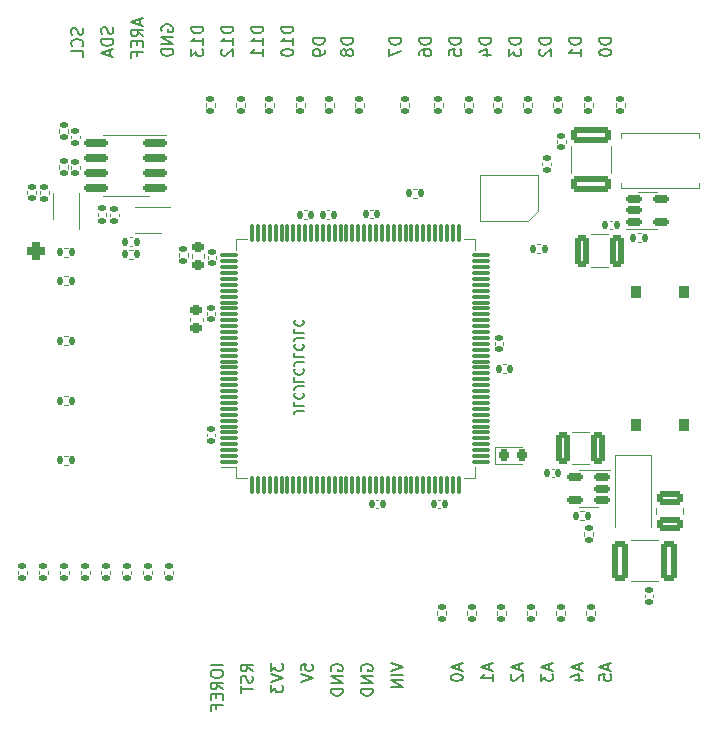
<source format=gbo>
G04 #@! TF.GenerationSoftware,KiCad,Pcbnew,6.0.10-86aedd382b~118~ubuntu22.10.1*
G04 #@! TF.CreationDate,2023-02-02T20:30:57+01:00*
G04 #@! TF.ProjectId,FPGHat,46504748-6174-42e6-9b69-6361645f7063,rev?*
G04 #@! TF.SameCoordinates,Original*
G04 #@! TF.FileFunction,Legend,Bot*
G04 #@! TF.FilePolarity,Positive*
%FSLAX46Y46*%
G04 Gerber Fmt 4.6, Leading zero omitted, Abs format (unit mm)*
G04 Created by KiCad (PCBNEW 6.0.10-86aedd382b~118~ubuntu22.10.1) date 2023-02-02 20:30:57*
%MOMM*%
%LPD*%
G01*
G04 APERTURE LIST*
G04 Aperture macros list*
%AMRoundRect*
0 Rectangle with rounded corners*
0 $1 Rounding radius*
0 $2 $3 $4 $5 $6 $7 $8 $9 X,Y pos of 4 corners*
0 Add a 4 corners polygon primitive as box body*
4,1,4,$2,$3,$4,$5,$6,$7,$8,$9,$2,$3,0*
0 Add four circle primitives for the rounded corners*
1,1,$1+$1,$2,$3*
1,1,$1+$1,$4,$5*
1,1,$1+$1,$6,$7*
1,1,$1+$1,$8,$9*
0 Add four rect primitives between the rounded corners*
20,1,$1+$1,$2,$3,$4,$5,0*
20,1,$1+$1,$4,$5,$6,$7,0*
20,1,$1+$1,$6,$7,$8,$9,0*
20,1,$1+$1,$8,$9,$2,$3,0*%
G04 Aperture macros list end*
%ADD10C,0.200000*%
%ADD11C,0.150000*%
%ADD12C,0.120000*%
%ADD13RoundRect,0.375000X-0.375000X-0.375000X0.375000X-0.375000X0.375000X0.375000X-0.375000X0.375000X0*%
%ADD14C,1.500000*%
%ADD15C,0.900000*%
%ADD16RoundRect,0.500000X0.400000X0.000000X0.400000X0.000000X-0.400000X0.000000X-0.400000X0.000000X0*%
%ADD17O,1.727200X1.727200*%
%ADD18R,1.727200X1.727200*%
%ADD19RoundRect,0.249999X0.450001X1.450001X-0.450001X1.450001X-0.450001X-1.450001X0.450001X-1.450001X0*%
%ADD20RoundRect,0.135000X-0.135000X-0.185000X0.135000X-0.185000X0.135000X0.185000X-0.135000X0.185000X0*%
%ADD21RoundRect,0.225000X-0.250000X0.225000X-0.250000X-0.225000X0.250000X-0.225000X0.250000X0.225000X0*%
%ADD22RoundRect,0.140000X0.140000X0.170000X-0.140000X0.170000X-0.140000X-0.170000X0.140000X-0.170000X0*%
%ADD23RoundRect,0.135000X-0.185000X0.135000X-0.185000X-0.135000X0.185000X-0.135000X0.185000X0.135000X0*%
%ADD24RoundRect,0.135000X0.185000X-0.135000X0.185000X0.135000X-0.185000X0.135000X-0.185000X-0.135000X0*%
%ADD25RoundRect,0.075000X-0.662500X-0.075000X0.662500X-0.075000X0.662500X0.075000X-0.662500X0.075000X0*%
%ADD26RoundRect,0.075000X-0.075000X-0.662500X0.075000X-0.662500X0.075000X0.662500X-0.075000X0.662500X0*%
%ADD27RoundRect,0.140000X-0.170000X0.140000X-0.170000X-0.140000X0.170000X-0.140000X0.170000X0.140000X0*%
%ADD28RoundRect,0.140000X0.170000X-0.140000X0.170000X0.140000X-0.170000X0.140000X-0.170000X-0.140000X0*%
%ADD29RoundRect,0.249999X-1.450001X0.450001X-1.450001X-0.450001X1.450001X-0.450001X1.450001X0.450001X0*%
%ADD30R,0.600000X1.500000*%
%ADD31RoundRect,0.135000X0.135000X0.185000X-0.135000X0.185000X-0.135000X-0.185000X0.135000X-0.185000X0*%
%ADD32RoundRect,0.140000X-0.140000X-0.170000X0.140000X-0.170000X0.140000X0.170000X-0.140000X0.170000X0*%
%ADD33R,0.300000X0.800000*%
%ADD34RoundRect,0.150000X0.825000X0.150000X-0.825000X0.150000X-0.825000X-0.150000X0.825000X-0.150000X0*%
%ADD35R,1.900000X1.600000*%
%ADD36RoundRect,0.250000X-0.325000X-1.100000X0.325000X-1.100000X0.325000X1.100000X-0.325000X1.100000X0*%
%ADD37RoundRect,0.150000X0.512500X0.150000X-0.512500X0.150000X-0.512500X-0.150000X0.512500X-0.150000X0*%
%ADD38RoundRect,0.218750X-0.218750X-0.256250X0.218750X-0.256250X0.218750X0.256250X-0.218750X0.256250X0*%
%ADD39RoundRect,0.150000X-0.512500X-0.150000X0.512500X-0.150000X0.512500X0.150000X-0.512500X0.150000X0*%
%ADD40R,1.500000X3.560000*%
%ADD41R,1.500000X3.600000*%
%ADD42RoundRect,0.250000X-0.850000X0.375000X-0.850000X-0.375000X0.850000X-0.375000X0.850000X0.375000X0*%
%ADD43R,0.800000X0.300000*%
%ADD44RoundRect,0.250000X0.325000X1.100000X-0.325000X1.100000X-0.325000X-1.100000X0.325000X-1.100000X0*%
G04 APERTURE END LIST*
D10*
X45638095Y-54395238D02*
X45066666Y-54395238D01*
X44952380Y-54433333D01*
X44876190Y-54509523D01*
X44838095Y-54623809D01*
X44838095Y-54700000D01*
X44838095Y-53633333D02*
X44838095Y-54014285D01*
X45638095Y-54014285D01*
X44914285Y-52909523D02*
X44876190Y-52947619D01*
X44838095Y-53061904D01*
X44838095Y-53138095D01*
X44876190Y-53252380D01*
X44952380Y-53328571D01*
X45028571Y-53366666D01*
X45180952Y-53404761D01*
X45295238Y-53404761D01*
X45447619Y-53366666D01*
X45523809Y-53328571D01*
X45600000Y-53252380D01*
X45638095Y-53138095D01*
X45638095Y-53061904D01*
X45600000Y-52947619D01*
X45561904Y-52909523D01*
X45638095Y-52338095D02*
X45066666Y-52338095D01*
X44952380Y-52376190D01*
X44876190Y-52452380D01*
X44838095Y-52566666D01*
X44838095Y-52642857D01*
X44838095Y-51576190D02*
X44838095Y-51957142D01*
X45638095Y-51957142D01*
X44914285Y-50852380D02*
X44876190Y-50890476D01*
X44838095Y-51004761D01*
X44838095Y-51080952D01*
X44876190Y-51195238D01*
X44952380Y-51271428D01*
X45028571Y-51309523D01*
X45180952Y-51347619D01*
X45295238Y-51347619D01*
X45447619Y-51309523D01*
X45523809Y-51271428D01*
X45600000Y-51195238D01*
X45638095Y-51080952D01*
X45638095Y-51004761D01*
X45600000Y-50890476D01*
X45561904Y-50852380D01*
X45638095Y-50280952D02*
X45066666Y-50280952D01*
X44952380Y-50319047D01*
X44876190Y-50395238D01*
X44838095Y-50509523D01*
X44838095Y-50585714D01*
X44838095Y-49519047D02*
X44838095Y-49900000D01*
X45638095Y-49900000D01*
X44914285Y-48795238D02*
X44876190Y-48833333D01*
X44838095Y-48947619D01*
X44838095Y-49023809D01*
X44876190Y-49138095D01*
X44952380Y-49214285D01*
X45028571Y-49252380D01*
X45180952Y-49290476D01*
X45295238Y-49290476D01*
X45447619Y-49252380D01*
X45523809Y-49214285D01*
X45600000Y-49138095D01*
X45638095Y-49023809D01*
X45638095Y-48947619D01*
X45600000Y-48833333D01*
X45561904Y-48795238D01*
X45638095Y-48223809D02*
X45066666Y-48223809D01*
X44952380Y-48261904D01*
X44876190Y-48338095D01*
X44838095Y-48452380D01*
X44838095Y-48528571D01*
X44838095Y-47461904D02*
X44838095Y-47842857D01*
X45638095Y-47842857D01*
X44914285Y-46738095D02*
X44876190Y-46776190D01*
X44838095Y-46890476D01*
X44838095Y-46966666D01*
X44876190Y-47080952D01*
X44952380Y-47157142D01*
X45028571Y-47195238D01*
X45180952Y-47233333D01*
X45295238Y-47233333D01*
X45447619Y-47195238D01*
X45523809Y-47157142D01*
X45600000Y-47080952D01*
X45638095Y-46966666D01*
X45638095Y-46890476D01*
X45600000Y-46776190D01*
X45561904Y-46738095D01*
D11*
X29449761Y-21941142D02*
X29497380Y-22083999D01*
X29497380Y-22322094D01*
X29449761Y-22417332D01*
X29402142Y-22464951D01*
X29306904Y-22512570D01*
X29211666Y-22512570D01*
X29116428Y-22464951D01*
X29068809Y-22417332D01*
X29021190Y-22322094D01*
X28973571Y-22131618D01*
X28925952Y-22036380D01*
X28878333Y-21988761D01*
X28783095Y-21941142D01*
X28687857Y-21941142D01*
X28592619Y-21988761D01*
X28545000Y-22036380D01*
X28497380Y-22131618D01*
X28497380Y-22369713D01*
X28545000Y-22512570D01*
X29497380Y-22941142D02*
X28497380Y-22941142D01*
X28497380Y-23179237D01*
X28545000Y-23322094D01*
X28640238Y-23417332D01*
X28735476Y-23464951D01*
X28925952Y-23512570D01*
X29068809Y-23512570D01*
X29259285Y-23464951D01*
X29354523Y-23417332D01*
X29449761Y-23322094D01*
X29497380Y-23179237D01*
X29497380Y-22941142D01*
X29211666Y-23893523D02*
X29211666Y-24369713D01*
X29497380Y-23798285D02*
X28497380Y-24131618D01*
X29497380Y-24464951D01*
X58802666Y-75860619D02*
X58802666Y-76336809D01*
X59088380Y-75765381D02*
X58088380Y-76098714D01*
X59088380Y-76432047D01*
X58088380Y-76955857D02*
X58088380Y-77051095D01*
X58136000Y-77146333D01*
X58183619Y-77193952D01*
X58278857Y-77241571D01*
X58469333Y-77289190D01*
X58707428Y-77289190D01*
X58897904Y-77241571D01*
X58993142Y-77193952D01*
X59040761Y-77146333D01*
X59088380Y-77051095D01*
X59088380Y-76955857D01*
X59040761Y-76860619D01*
X58993142Y-76813000D01*
X58897904Y-76765381D01*
X58707428Y-76717762D01*
X58469333Y-76717762D01*
X58278857Y-76765381D01*
X58183619Y-76813000D01*
X58136000Y-76860619D01*
X58088380Y-76955857D01*
X71375666Y-75860619D02*
X71375666Y-76336809D01*
X71661380Y-75765381D02*
X70661380Y-76098714D01*
X71661380Y-76432047D01*
X70661380Y-77241571D02*
X70661380Y-76765381D01*
X71137571Y-76717762D01*
X71089952Y-76765381D01*
X71042333Y-76860619D01*
X71042333Y-77098714D01*
X71089952Y-77193952D01*
X71137571Y-77241571D01*
X71232809Y-77289190D01*
X71470904Y-77289190D01*
X71566142Y-77241571D01*
X71613761Y-77193952D01*
X71661380Y-77098714D01*
X71661380Y-76860619D01*
X71613761Y-76765381D01*
X71566142Y-76717762D01*
X61342666Y-75860619D02*
X61342666Y-76336809D01*
X61628380Y-75765381D02*
X60628380Y-76098714D01*
X61628380Y-76432047D01*
X61628380Y-77289190D02*
X61628380Y-76717762D01*
X61628380Y-77003476D02*
X60628380Y-77003476D01*
X60771238Y-76908238D01*
X60866476Y-76813000D01*
X60914095Y-76717762D01*
X37117380Y-21893523D02*
X36117380Y-21893523D01*
X36117380Y-22131618D01*
X36165000Y-22274475D01*
X36260238Y-22369713D01*
X36355476Y-22417332D01*
X36545952Y-22464951D01*
X36688809Y-22464951D01*
X36879285Y-22417332D01*
X36974523Y-22369713D01*
X37069761Y-22274475D01*
X37117380Y-22131618D01*
X37117380Y-21893523D01*
X37117380Y-23417332D02*
X37117380Y-22845904D01*
X37117380Y-23131618D02*
X36117380Y-23131618D01*
X36260238Y-23036380D01*
X36355476Y-22941142D01*
X36403095Y-22845904D01*
X36117380Y-23750666D02*
X36117380Y-24369713D01*
X36498333Y-24036380D01*
X36498333Y-24179237D01*
X36545952Y-24274475D01*
X36593571Y-24322094D01*
X36688809Y-24369713D01*
X36926904Y-24369713D01*
X37022142Y-24322094D01*
X37069761Y-24274475D01*
X37117380Y-24179237D01*
X37117380Y-23893523D01*
X37069761Y-23798285D01*
X37022142Y-23750666D01*
X66422666Y-75860619D02*
X66422666Y-76336809D01*
X66708380Y-75765381D02*
X65708380Y-76098714D01*
X66708380Y-76432047D01*
X65708380Y-76670143D02*
X65708380Y-77289190D01*
X66089333Y-76955857D01*
X66089333Y-77098714D01*
X66136952Y-77193952D01*
X66184571Y-77241571D01*
X66279809Y-77289190D01*
X66517904Y-77289190D01*
X66613142Y-77241571D01*
X66660761Y-77193952D01*
X66708380Y-77098714D01*
X66708380Y-76813000D01*
X66660761Y-76717762D01*
X66613142Y-76670143D01*
X50516000Y-76432048D02*
X50468380Y-76336810D01*
X50468380Y-76193953D01*
X50516000Y-76051095D01*
X50611238Y-75955857D01*
X50706476Y-75908238D01*
X50896952Y-75860619D01*
X51039809Y-75860619D01*
X51230285Y-75908238D01*
X51325523Y-75955857D01*
X51420761Y-76051095D01*
X51468380Y-76193953D01*
X51468380Y-76289191D01*
X51420761Y-76432048D01*
X51373142Y-76479667D01*
X51039809Y-76479667D01*
X51039809Y-76289191D01*
X51468380Y-76908238D02*
X50468380Y-76908238D01*
X51468380Y-77479667D01*
X50468380Y-77479667D01*
X51468380Y-77955857D02*
X50468380Y-77955857D01*
X50468380Y-78193953D01*
X50516000Y-78336810D01*
X50611238Y-78432048D01*
X50706476Y-78479667D01*
X50896952Y-78527286D01*
X51039809Y-78527286D01*
X51230285Y-78479667D01*
X51325523Y-78432048D01*
X51420761Y-78336810D01*
X51468380Y-78193953D01*
X51468380Y-77955857D01*
X33625000Y-22274476D02*
X33577380Y-22179238D01*
X33577380Y-22036381D01*
X33625000Y-21893523D01*
X33720238Y-21798285D01*
X33815476Y-21750666D01*
X34005952Y-21703047D01*
X34148809Y-21703047D01*
X34339285Y-21750666D01*
X34434523Y-21798285D01*
X34529761Y-21893523D01*
X34577380Y-22036381D01*
X34577380Y-22131619D01*
X34529761Y-22274476D01*
X34482142Y-22322095D01*
X34148809Y-22322095D01*
X34148809Y-22131619D01*
X34577380Y-22750666D02*
X33577380Y-22750666D01*
X34577380Y-23322095D01*
X33577380Y-23322095D01*
X34577380Y-23798285D02*
X33577380Y-23798285D01*
X33577380Y-24036381D01*
X33625000Y-24179238D01*
X33720238Y-24274476D01*
X33815476Y-24322095D01*
X34005952Y-24369714D01*
X34148809Y-24369714D01*
X34339285Y-24322095D01*
X34434523Y-24274476D01*
X34529761Y-24179238D01*
X34577380Y-24036381D01*
X34577380Y-23798285D01*
X61501380Y-22845904D02*
X60501380Y-22845904D01*
X60501380Y-23084000D01*
X60549000Y-23226857D01*
X60644238Y-23322095D01*
X60739476Y-23369714D01*
X60929952Y-23417333D01*
X61072809Y-23417333D01*
X61263285Y-23369714D01*
X61358523Y-23322095D01*
X61453761Y-23226857D01*
X61501380Y-23084000D01*
X61501380Y-22845904D01*
X60834714Y-24274476D02*
X61501380Y-24274476D01*
X60453761Y-24036380D02*
X61168047Y-23798285D01*
X61168047Y-24417333D01*
X44737380Y-21893523D02*
X43737380Y-21893523D01*
X43737380Y-22131618D01*
X43785000Y-22274475D01*
X43880238Y-22369713D01*
X43975476Y-22417332D01*
X44165952Y-22464951D01*
X44308809Y-22464951D01*
X44499285Y-22417332D01*
X44594523Y-22369713D01*
X44689761Y-22274475D01*
X44737380Y-22131618D01*
X44737380Y-21893523D01*
X44737380Y-23417332D02*
X44737380Y-22845904D01*
X44737380Y-23131618D02*
X43737380Y-23131618D01*
X43880238Y-23036380D01*
X43975476Y-22941142D01*
X44023095Y-22845904D01*
X43737380Y-24036380D02*
X43737380Y-24131618D01*
X43785000Y-24226856D01*
X43832619Y-24274475D01*
X43927857Y-24322094D01*
X44118333Y-24369713D01*
X44356428Y-24369713D01*
X44546904Y-24322094D01*
X44642142Y-24274475D01*
X44689761Y-24226856D01*
X44737380Y-24131618D01*
X44737380Y-24036380D01*
X44689761Y-23941142D01*
X44642142Y-23893523D01*
X44546904Y-23845904D01*
X44356428Y-23798285D01*
X44118333Y-23798285D01*
X43927857Y-23845904D01*
X43832619Y-23893523D01*
X43785000Y-23941142D01*
X43737380Y-24036380D01*
X42197380Y-21893523D02*
X41197380Y-21893523D01*
X41197380Y-22131618D01*
X41245000Y-22274475D01*
X41340238Y-22369713D01*
X41435476Y-22417332D01*
X41625952Y-22464951D01*
X41768809Y-22464951D01*
X41959285Y-22417332D01*
X42054523Y-22369713D01*
X42149761Y-22274475D01*
X42197380Y-22131618D01*
X42197380Y-21893523D01*
X42197380Y-23417332D02*
X42197380Y-22845904D01*
X42197380Y-23131618D02*
X41197380Y-23131618D01*
X41340238Y-23036380D01*
X41435476Y-22941142D01*
X41483095Y-22845904D01*
X42197380Y-24369713D02*
X42197380Y-23798285D01*
X42197380Y-24083999D02*
X41197380Y-24083999D01*
X41340238Y-23988761D01*
X41435476Y-23893523D01*
X41483095Y-23798285D01*
X31751666Y-21234761D02*
X31751666Y-21710951D01*
X32037380Y-21139523D02*
X31037380Y-21472856D01*
X32037380Y-21806189D01*
X32037380Y-22710951D02*
X31561190Y-22377618D01*
X32037380Y-22139523D02*
X31037380Y-22139523D01*
X31037380Y-22520475D01*
X31085000Y-22615713D01*
X31132619Y-22663332D01*
X31227857Y-22710951D01*
X31370714Y-22710951D01*
X31465952Y-22663332D01*
X31513571Y-22615713D01*
X31561190Y-22520475D01*
X31561190Y-22139523D01*
X31513571Y-23139523D02*
X31513571Y-23472856D01*
X32037380Y-23615713D02*
X32037380Y-23139523D01*
X31037380Y-23139523D01*
X31037380Y-23615713D01*
X31513571Y-24377618D02*
X31513571Y-24044285D01*
X32037380Y-24044285D02*
X31037380Y-24044285D01*
X31037380Y-24520475D01*
X39657380Y-21893523D02*
X38657380Y-21893523D01*
X38657380Y-22131618D01*
X38705000Y-22274475D01*
X38800238Y-22369713D01*
X38895476Y-22417332D01*
X39085952Y-22464951D01*
X39228809Y-22464951D01*
X39419285Y-22417332D01*
X39514523Y-22369713D01*
X39609761Y-22274475D01*
X39657380Y-22131618D01*
X39657380Y-21893523D01*
X39657380Y-23417332D02*
X39657380Y-22845904D01*
X39657380Y-23131618D02*
X38657380Y-23131618D01*
X38800238Y-23036380D01*
X38895476Y-22941142D01*
X38943095Y-22845904D01*
X38752619Y-23798285D02*
X38705000Y-23845904D01*
X38657380Y-23941142D01*
X38657380Y-24179237D01*
X38705000Y-24274475D01*
X38752619Y-24322094D01*
X38847857Y-24369713D01*
X38943095Y-24369713D01*
X39085952Y-24322094D01*
X39657380Y-23750666D01*
X39657380Y-24369713D01*
X26909761Y-21988761D02*
X26957380Y-22131618D01*
X26957380Y-22369714D01*
X26909761Y-22464952D01*
X26862142Y-22512571D01*
X26766904Y-22560190D01*
X26671666Y-22560190D01*
X26576428Y-22512571D01*
X26528809Y-22464952D01*
X26481190Y-22369714D01*
X26433571Y-22179238D01*
X26385952Y-22083999D01*
X26338333Y-22036380D01*
X26243095Y-21988761D01*
X26147857Y-21988761D01*
X26052619Y-22036380D01*
X26005000Y-22083999D01*
X25957380Y-22179238D01*
X25957380Y-22417333D01*
X26005000Y-22560190D01*
X26862142Y-23560190D02*
X26909761Y-23512571D01*
X26957380Y-23369714D01*
X26957380Y-23274476D01*
X26909761Y-23131618D01*
X26814523Y-23036380D01*
X26719285Y-22988761D01*
X26528809Y-22941142D01*
X26385952Y-22941142D01*
X26195476Y-22988761D01*
X26100238Y-23036380D01*
X26005000Y-23131618D01*
X25957380Y-23274476D01*
X25957380Y-23369714D01*
X26005000Y-23512571D01*
X26052619Y-23560190D01*
X26957380Y-24464952D02*
X26957380Y-23988761D01*
X25957380Y-23988761D01*
X42848380Y-75813000D02*
X42848380Y-76432048D01*
X43229333Y-76098715D01*
X43229333Y-76241572D01*
X43276952Y-76336810D01*
X43324571Y-76384429D01*
X43419809Y-76432048D01*
X43657904Y-76432048D01*
X43753142Y-76384429D01*
X43800761Y-76336810D01*
X43848380Y-76241572D01*
X43848380Y-75955857D01*
X43800761Y-75860619D01*
X43753142Y-75813000D01*
X42848380Y-76717762D02*
X43848380Y-77051096D01*
X42848380Y-77384429D01*
X42848380Y-77622524D02*
X42848380Y-78241572D01*
X43229333Y-77908238D01*
X43229333Y-78051096D01*
X43276952Y-78146334D01*
X43324571Y-78193953D01*
X43419809Y-78241572D01*
X43657904Y-78241572D01*
X43753142Y-78193953D01*
X43800761Y-78146334D01*
X43848380Y-78051096D01*
X43848380Y-77765381D01*
X43800761Y-77670143D01*
X43753142Y-77622524D01*
X69121380Y-22845904D02*
X68121380Y-22845904D01*
X68121380Y-23084000D01*
X68169000Y-23226857D01*
X68264238Y-23322095D01*
X68359476Y-23369714D01*
X68549952Y-23417333D01*
X68692809Y-23417333D01*
X68883285Y-23369714D01*
X68978523Y-23322095D01*
X69073761Y-23226857D01*
X69121380Y-23084000D01*
X69121380Y-22845904D01*
X69121380Y-24369714D02*
X69121380Y-23798285D01*
X69121380Y-24084000D02*
X68121380Y-24084000D01*
X68264238Y-23988761D01*
X68359476Y-23893523D01*
X68407095Y-23798285D01*
X38768380Y-75908238D02*
X37768380Y-75908238D01*
X37768380Y-76574904D02*
X37768380Y-76765380D01*
X37816000Y-76860619D01*
X37911238Y-76955857D01*
X38101714Y-77003476D01*
X38435047Y-77003476D01*
X38625523Y-76955857D01*
X38720761Y-76860619D01*
X38768380Y-76765380D01*
X38768380Y-76574904D01*
X38720761Y-76479666D01*
X38625523Y-76384428D01*
X38435047Y-76336809D01*
X38101714Y-76336809D01*
X37911238Y-76384428D01*
X37816000Y-76479666D01*
X37768380Y-76574904D01*
X38768380Y-78003476D02*
X38292190Y-77670142D01*
X38768380Y-77432047D02*
X37768380Y-77432047D01*
X37768380Y-77813000D01*
X37816000Y-77908238D01*
X37863619Y-77955857D01*
X37958857Y-78003476D01*
X38101714Y-78003476D01*
X38196952Y-77955857D01*
X38244571Y-77908238D01*
X38292190Y-77813000D01*
X38292190Y-77432047D01*
X38244571Y-78432047D02*
X38244571Y-78765380D01*
X38768380Y-78908238D02*
X38768380Y-78432047D01*
X37768380Y-78432047D01*
X37768380Y-78908238D01*
X38244571Y-79670142D02*
X38244571Y-79336809D01*
X38768380Y-79336809D02*
X37768380Y-79336809D01*
X37768380Y-79813000D01*
X66581380Y-22845904D02*
X65581380Y-22845904D01*
X65581380Y-23084000D01*
X65629000Y-23226857D01*
X65724238Y-23322095D01*
X65819476Y-23369714D01*
X66009952Y-23417333D01*
X66152809Y-23417333D01*
X66343285Y-23369714D01*
X66438523Y-23322095D01*
X66533761Y-23226857D01*
X66581380Y-23084000D01*
X66581380Y-22845904D01*
X65676619Y-23798285D02*
X65629000Y-23845904D01*
X65581380Y-23941142D01*
X65581380Y-24179238D01*
X65629000Y-24274476D01*
X65676619Y-24322095D01*
X65771857Y-24369714D01*
X65867095Y-24369714D01*
X66009952Y-24322095D01*
X66581380Y-23750666D01*
X66581380Y-24369714D01*
X47976000Y-76432048D02*
X47928380Y-76336810D01*
X47928380Y-76193953D01*
X47976000Y-76051095D01*
X48071238Y-75955857D01*
X48166476Y-75908238D01*
X48356952Y-75860619D01*
X48499809Y-75860619D01*
X48690285Y-75908238D01*
X48785523Y-75955857D01*
X48880761Y-76051095D01*
X48928380Y-76193953D01*
X48928380Y-76289191D01*
X48880761Y-76432048D01*
X48833142Y-76479667D01*
X48499809Y-76479667D01*
X48499809Y-76289191D01*
X48928380Y-76908238D02*
X47928380Y-76908238D01*
X48928380Y-77479667D01*
X47928380Y-77479667D01*
X48928380Y-77955857D02*
X47928380Y-77955857D01*
X47928380Y-78193953D01*
X47976000Y-78336810D01*
X48071238Y-78432048D01*
X48166476Y-78479667D01*
X48356952Y-78527286D01*
X48499809Y-78527286D01*
X48690285Y-78479667D01*
X48785523Y-78432048D01*
X48880761Y-78336810D01*
X48928380Y-78193953D01*
X48928380Y-77955857D01*
X56421380Y-22845904D02*
X55421380Y-22845904D01*
X55421380Y-23084000D01*
X55469000Y-23226857D01*
X55564238Y-23322095D01*
X55659476Y-23369714D01*
X55849952Y-23417333D01*
X55992809Y-23417333D01*
X56183285Y-23369714D01*
X56278523Y-23322095D01*
X56373761Y-23226857D01*
X56421380Y-23084000D01*
X56421380Y-22845904D01*
X55421380Y-24274476D02*
X55421380Y-24084000D01*
X55469000Y-23988761D01*
X55516619Y-23941142D01*
X55659476Y-23845904D01*
X55849952Y-23798285D01*
X56230904Y-23798285D01*
X56326142Y-23845904D01*
X56373761Y-23893523D01*
X56421380Y-23988761D01*
X56421380Y-24179238D01*
X56373761Y-24274476D01*
X56326142Y-24322095D01*
X56230904Y-24369714D01*
X55992809Y-24369714D01*
X55897571Y-24322095D01*
X55849952Y-24274476D01*
X55802333Y-24179238D01*
X55802333Y-23988761D01*
X55849952Y-23893523D01*
X55897571Y-23845904D01*
X55992809Y-23798285D01*
X58961380Y-22845904D02*
X57961380Y-22845904D01*
X57961380Y-23084000D01*
X58009000Y-23226857D01*
X58104238Y-23322095D01*
X58199476Y-23369714D01*
X58389952Y-23417333D01*
X58532809Y-23417333D01*
X58723285Y-23369714D01*
X58818523Y-23322095D01*
X58913761Y-23226857D01*
X58961380Y-23084000D01*
X58961380Y-22845904D01*
X57961380Y-24322095D02*
X57961380Y-23845904D01*
X58437571Y-23798285D01*
X58389952Y-23845904D01*
X58342333Y-23941142D01*
X58342333Y-24179238D01*
X58389952Y-24274476D01*
X58437571Y-24322095D01*
X58532809Y-24369714D01*
X58770904Y-24369714D01*
X58866142Y-24322095D01*
X58913761Y-24274476D01*
X58961380Y-24179238D01*
X58961380Y-23941142D01*
X58913761Y-23845904D01*
X58866142Y-23798285D01*
X45388380Y-76384428D02*
X45388380Y-75908238D01*
X45864571Y-75860619D01*
X45816952Y-75908238D01*
X45769333Y-76003476D01*
X45769333Y-76241571D01*
X45816952Y-76336809D01*
X45864571Y-76384428D01*
X45959809Y-76432047D01*
X46197904Y-76432047D01*
X46293142Y-76384428D01*
X46340761Y-76336809D01*
X46388380Y-76241571D01*
X46388380Y-76003476D01*
X46340761Y-75908238D01*
X46293142Y-75860619D01*
X45388380Y-76717762D02*
X46388380Y-77051095D01*
X45388380Y-77384428D01*
X53881380Y-22845904D02*
X52881380Y-22845904D01*
X52881380Y-23084000D01*
X52929000Y-23226857D01*
X53024238Y-23322095D01*
X53119476Y-23369714D01*
X53309952Y-23417333D01*
X53452809Y-23417333D01*
X53643285Y-23369714D01*
X53738523Y-23322095D01*
X53833761Y-23226857D01*
X53881380Y-23084000D01*
X53881380Y-22845904D01*
X52881380Y-23750666D02*
X52881380Y-24417333D01*
X53881380Y-23988761D01*
X71661380Y-22845904D02*
X70661380Y-22845904D01*
X70661380Y-23084000D01*
X70709000Y-23226857D01*
X70804238Y-23322095D01*
X70899476Y-23369714D01*
X71089952Y-23417333D01*
X71232809Y-23417333D01*
X71423285Y-23369714D01*
X71518523Y-23322095D01*
X71613761Y-23226857D01*
X71661380Y-23084000D01*
X71661380Y-22845904D01*
X70661380Y-24036380D02*
X70661380Y-24131619D01*
X70709000Y-24226857D01*
X70756619Y-24274476D01*
X70851857Y-24322095D01*
X71042333Y-24369714D01*
X71280428Y-24369714D01*
X71470904Y-24322095D01*
X71566142Y-24274476D01*
X71613761Y-24226857D01*
X71661380Y-24131619D01*
X71661380Y-24036380D01*
X71613761Y-23941142D01*
X71566142Y-23893523D01*
X71470904Y-23845904D01*
X71280428Y-23798285D01*
X71042333Y-23798285D01*
X70851857Y-23845904D01*
X70756619Y-23893523D01*
X70709000Y-23941142D01*
X70661380Y-24036380D01*
X68962666Y-75860619D02*
X68962666Y-76336809D01*
X69248380Y-75765381D02*
X68248380Y-76098714D01*
X69248380Y-76432047D01*
X68581714Y-77193952D02*
X69248380Y-77193952D01*
X68200761Y-76955857D02*
X68915047Y-76717762D01*
X68915047Y-77336809D01*
X49817380Y-22845904D02*
X48817380Y-22845904D01*
X48817380Y-23084000D01*
X48865000Y-23226857D01*
X48960238Y-23322095D01*
X49055476Y-23369714D01*
X49245952Y-23417333D01*
X49388809Y-23417333D01*
X49579285Y-23369714D01*
X49674523Y-23322095D01*
X49769761Y-23226857D01*
X49817380Y-23084000D01*
X49817380Y-22845904D01*
X49245952Y-23988761D02*
X49198333Y-23893523D01*
X49150714Y-23845904D01*
X49055476Y-23798285D01*
X49007857Y-23798285D01*
X48912619Y-23845904D01*
X48865000Y-23893523D01*
X48817380Y-23988761D01*
X48817380Y-24179238D01*
X48865000Y-24274476D01*
X48912619Y-24322095D01*
X49007857Y-24369714D01*
X49055476Y-24369714D01*
X49150714Y-24322095D01*
X49198333Y-24274476D01*
X49245952Y-24179238D01*
X49245952Y-23988761D01*
X49293571Y-23893523D01*
X49341190Y-23845904D01*
X49436428Y-23798285D01*
X49626904Y-23798285D01*
X49722142Y-23845904D01*
X49769761Y-23893523D01*
X49817380Y-23988761D01*
X49817380Y-24179238D01*
X49769761Y-24274476D01*
X49722142Y-24322095D01*
X49626904Y-24369714D01*
X49436428Y-24369714D01*
X49341190Y-24322095D01*
X49293571Y-24274476D01*
X49245952Y-24179238D01*
X47404380Y-22845904D02*
X46404380Y-22845904D01*
X46404380Y-23084000D01*
X46452000Y-23226857D01*
X46547238Y-23322095D01*
X46642476Y-23369714D01*
X46832952Y-23417333D01*
X46975809Y-23417333D01*
X47166285Y-23369714D01*
X47261523Y-23322095D01*
X47356761Y-23226857D01*
X47404380Y-23084000D01*
X47404380Y-22845904D01*
X47404380Y-23893523D02*
X47404380Y-24084000D01*
X47356761Y-24179238D01*
X47309142Y-24226857D01*
X47166285Y-24322095D01*
X46975809Y-24369714D01*
X46594857Y-24369714D01*
X46499619Y-24322095D01*
X46452000Y-24274476D01*
X46404380Y-24179238D01*
X46404380Y-23988761D01*
X46452000Y-23893523D01*
X46499619Y-23845904D01*
X46594857Y-23798285D01*
X46832952Y-23798285D01*
X46928190Y-23845904D01*
X46975809Y-23893523D01*
X47023428Y-23988761D01*
X47023428Y-24179238D01*
X46975809Y-24274476D01*
X46928190Y-24322095D01*
X46832952Y-24369714D01*
X53008380Y-75765380D02*
X54008380Y-76098714D01*
X53008380Y-76432047D01*
X54008380Y-76765380D02*
X53008380Y-76765380D01*
X54008380Y-77241571D02*
X53008380Y-77241571D01*
X54008380Y-77812999D01*
X53008380Y-77812999D01*
X64041380Y-22845904D02*
X63041380Y-22845904D01*
X63041380Y-23084000D01*
X63089000Y-23226857D01*
X63184238Y-23322095D01*
X63279476Y-23369714D01*
X63469952Y-23417333D01*
X63612809Y-23417333D01*
X63803285Y-23369714D01*
X63898523Y-23322095D01*
X63993761Y-23226857D01*
X64041380Y-23084000D01*
X64041380Y-22845904D01*
X63041380Y-23750666D02*
X63041380Y-24369714D01*
X63422333Y-24036380D01*
X63422333Y-24179238D01*
X63469952Y-24274476D01*
X63517571Y-24322095D01*
X63612809Y-24369714D01*
X63850904Y-24369714D01*
X63946142Y-24322095D01*
X63993761Y-24274476D01*
X64041380Y-24179238D01*
X64041380Y-23893523D01*
X63993761Y-23798285D01*
X63946142Y-23750666D01*
X63882666Y-75860619D02*
X63882666Y-76336809D01*
X64168380Y-75765381D02*
X63168380Y-76098714D01*
X64168380Y-76432047D01*
X63263619Y-76717762D02*
X63216000Y-76765381D01*
X63168380Y-76860619D01*
X63168380Y-77098714D01*
X63216000Y-77193952D01*
X63263619Y-77241571D01*
X63358857Y-77289190D01*
X63454095Y-77289190D01*
X63596952Y-77241571D01*
X64168380Y-76670143D01*
X64168380Y-77289190D01*
X41308380Y-76479666D02*
X40832190Y-76146333D01*
X41308380Y-75908238D02*
X40308380Y-75908238D01*
X40308380Y-76289190D01*
X40356000Y-76384428D01*
X40403619Y-76432047D01*
X40498857Y-76479666D01*
X40641714Y-76479666D01*
X40736952Y-76432047D01*
X40784571Y-76384428D01*
X40832190Y-76289190D01*
X40832190Y-75908238D01*
X41260761Y-76860619D02*
X41308380Y-77003476D01*
X41308380Y-77241571D01*
X41260761Y-77336809D01*
X41213142Y-77384428D01*
X41117904Y-77432047D01*
X41022666Y-77432047D01*
X40927428Y-77384428D01*
X40879809Y-77336809D01*
X40832190Y-77241571D01*
X40784571Y-77051095D01*
X40736952Y-76955857D01*
X40689333Y-76908238D01*
X40594095Y-76860619D01*
X40498857Y-76860619D01*
X40403619Y-76908238D01*
X40356000Y-76955857D01*
X40308380Y-77051095D01*
X40308380Y-77289190D01*
X40356000Y-77432047D01*
X40308380Y-77717762D02*
X40308380Y-78289190D01*
X41308380Y-78003476D02*
X40308380Y-78003476D01*
D12*
X75661252Y-68810000D02*
X73338748Y-68810000D01*
X75661252Y-65390000D02*
X73338748Y-65390000D01*
X25346359Y-43780000D02*
X25653641Y-43780000D01*
X25346359Y-43020000D02*
X25653641Y-43020000D01*
X36040000Y-46534420D02*
X36040000Y-46815580D01*
X37060000Y-46534420D02*
X37060000Y-46815580D01*
X66827836Y-60060000D02*
X66612164Y-60060000D01*
X66827836Y-59340000D02*
X66612164Y-59340000D01*
X61670000Y-28396359D02*
X61670000Y-28703641D01*
X62430000Y-28396359D02*
X62430000Y-28703641D01*
X25680000Y-33953641D02*
X25680000Y-33646359D01*
X24920000Y-33953641D02*
X24920000Y-33646359D01*
X39890000Y-39890000D02*
X39890000Y-40840000D01*
X39890000Y-59160000D02*
X38600000Y-59160000D01*
X60110000Y-39890000D02*
X60110000Y-40840000D01*
X59160000Y-60110000D02*
X60110000Y-60110000D01*
X40840000Y-39890000D02*
X39890000Y-39890000D01*
X40840000Y-60110000D02*
X39890000Y-60110000D01*
X60110000Y-60110000D02*
X60110000Y-59160000D01*
X39890000Y-60110000D02*
X39890000Y-59160000D01*
X59160000Y-39890000D02*
X60110000Y-39890000D01*
X27494284Y-67946359D02*
X27494284Y-68253641D01*
X26734284Y-67946359D02*
X26734284Y-68253641D01*
X38160000Y-46067164D02*
X38160000Y-46282836D01*
X37440000Y-46067164D02*
X37440000Y-46282836D01*
X35830000Y-41096359D02*
X35830000Y-41403641D01*
X35070000Y-41096359D02*
X35070000Y-41403641D01*
X31127836Y-40460000D02*
X30912164Y-40460000D01*
X31127836Y-39740000D02*
X30912164Y-39740000D01*
X60230000Y-71396359D02*
X60230000Y-71703641D01*
X59470000Y-71396359D02*
X59470000Y-71703641D01*
X61790000Y-48807836D02*
X61790000Y-48592164D01*
X62510000Y-48807836D02*
X62510000Y-48592164D01*
X69370000Y-65003641D02*
X69370000Y-64696359D01*
X70130000Y-65003641D02*
X70130000Y-64696359D01*
X25346359Y-58980000D02*
X25653641Y-58980000D01*
X25346359Y-58220000D02*
X25653641Y-58220000D01*
X67090000Y-31492164D02*
X67090000Y-31707836D01*
X67810000Y-31492164D02*
X67810000Y-31707836D01*
X38080000Y-28396359D02*
X38080000Y-28703641D01*
X37320000Y-28396359D02*
X37320000Y-28703641D01*
X22960000Y-35842164D02*
X22960000Y-36057836D01*
X22240000Y-35842164D02*
X22240000Y-36057836D01*
X57380000Y-28396359D02*
X57380000Y-28703641D01*
X56620000Y-28396359D02*
X56620000Y-28703641D01*
X68240000Y-31988748D02*
X68240000Y-34311252D01*
X71660000Y-31988748D02*
X71660000Y-34311252D01*
X61990000Y-71396359D02*
X61990000Y-71703641D01*
X62750000Y-71396359D02*
X62750000Y-71703641D01*
X25346359Y-53170000D02*
X25653641Y-53170000D01*
X25346359Y-53930000D02*
X25653641Y-53930000D01*
X67790000Y-71396359D02*
X67790000Y-71703641D01*
X67030000Y-71396359D02*
X67030000Y-71703641D01*
X25346359Y-41380000D02*
X25653641Y-41380000D01*
X25346359Y-40620000D02*
X25653641Y-40620000D01*
X57207836Y-62660000D02*
X56992164Y-62660000D01*
X57207836Y-61940000D02*
X56992164Y-61940000D01*
X64650000Y-38325000D02*
X65450000Y-37525000D01*
X60540000Y-38325000D02*
X64650000Y-38325000D01*
X65450000Y-37525000D02*
X65450000Y-34425000D01*
X65450000Y-34425000D02*
X60540000Y-34425000D01*
X60540000Y-34425000D02*
X60540000Y-38325000D01*
X49970000Y-28396359D02*
X49970000Y-28703641D01*
X50730000Y-28396359D02*
X50730000Y-28703641D01*
X45730000Y-28396359D02*
X45730000Y-28703641D01*
X44970000Y-28396359D02*
X44970000Y-28703641D01*
X29240000Y-37742164D02*
X29240000Y-37957836D01*
X29960000Y-37742164D02*
X29960000Y-37957836D01*
X39920000Y-28396359D02*
X39920000Y-28703641D01*
X40680000Y-28396359D02*
X40680000Y-28703641D01*
X73896359Y-39370000D02*
X74203641Y-39370000D01*
X73896359Y-40130000D02*
X74203641Y-40130000D01*
X69363641Y-62920000D02*
X69056359Y-62920000D01*
X69363641Y-63680000D02*
X69056359Y-63680000D01*
X43080000Y-28396359D02*
X43080000Y-28703641D01*
X42320000Y-28396359D02*
X42320000Y-28703641D01*
X51742164Y-62660000D02*
X51957836Y-62660000D01*
X51742164Y-61940000D02*
X51957836Y-61940000D01*
X26660000Y-31337836D02*
X26660000Y-31122164D01*
X25940000Y-31337836D02*
X25940000Y-31122164D01*
X75219528Y-70207836D02*
X75219528Y-69992164D01*
X74499528Y-70207836D02*
X74499528Y-69992164D01*
X30277140Y-67946359D02*
X30277140Y-68253641D01*
X31037140Y-67946359D02*
X31037140Y-68253641D01*
X37440000Y-56372164D02*
X37440000Y-56587836D01*
X38160000Y-56372164D02*
X38160000Y-56587836D01*
X65840000Y-33637836D02*
X65840000Y-33422164D01*
X66560000Y-33637836D02*
X66560000Y-33422164D01*
X71757836Y-38330000D02*
X71542164Y-38330000D01*
X71757836Y-39050000D02*
X71542164Y-39050000D01*
X22180000Y-67946359D02*
X22180000Y-68253641D01*
X21420000Y-67946359D02*
X21420000Y-68253641D01*
X69320000Y-28703641D02*
X69320000Y-28396359D01*
X70080000Y-28703641D02*
X70080000Y-28396359D01*
X51242164Y-38110000D02*
X51457836Y-38110000D01*
X51242164Y-37390000D02*
X51457836Y-37390000D01*
X24400000Y-36000000D02*
X24400000Y-38200000D01*
X26600000Y-36000000D02*
X26600000Y-39000000D01*
X30550000Y-36210000D02*
X28600000Y-36210000D01*
X30550000Y-31090000D02*
X34000000Y-31090000D01*
X30550000Y-36210000D02*
X32500000Y-36210000D01*
X30550000Y-31090000D02*
X28600000Y-31090000D01*
X25346359Y-48120000D02*
X25653641Y-48120000D01*
X25346359Y-48880000D02*
X25653641Y-48880000D01*
X59220000Y-28396359D02*
X59220000Y-28703641D01*
X59980000Y-28396359D02*
X59980000Y-28703641D01*
X72000000Y-64294000D02*
X72000000Y-58200000D01*
X72000000Y-58200000D02*
X75000000Y-58200000D01*
X75000000Y-58200000D02*
X75000000Y-64294000D01*
X66770000Y-28396359D02*
X66770000Y-28703641D01*
X67530000Y-28396359D02*
X67530000Y-28703641D01*
X68338748Y-56190000D02*
X69761252Y-56190000D01*
X68338748Y-58910000D02*
X69761252Y-58910000D01*
X28930000Y-37646359D02*
X28930000Y-37953641D01*
X28170000Y-37646359D02*
X28170000Y-37953641D01*
X29265712Y-67946359D02*
X29265712Y-68253641D01*
X28505712Y-67946359D02*
X28505712Y-68253641D01*
X37490000Y-41322164D02*
X37490000Y-41537836D01*
X38210000Y-41322164D02*
X38210000Y-41537836D01*
X33820000Y-67946359D02*
X33820000Y-68253641D01*
X34580000Y-67946359D02*
X34580000Y-68253641D01*
X70310000Y-71396359D02*
X70310000Y-71703641D01*
X69550000Y-71396359D02*
X69550000Y-71703641D01*
X69750000Y-59440000D02*
X71550000Y-59440000D01*
X69750000Y-62560000D02*
X68950000Y-62560000D01*
X69750000Y-62560000D02*
X70550000Y-62560000D01*
X69750000Y-59440000D02*
X68950000Y-59440000D01*
X64220000Y-28396359D02*
X64220000Y-28703641D01*
X64980000Y-28396359D02*
X64980000Y-28703641D01*
X25680000Y-30903641D02*
X25680000Y-30596359D01*
X24920000Y-30903641D02*
X24920000Y-30596359D01*
X23951428Y-67946359D02*
X23951428Y-68253641D01*
X23191428Y-67946359D02*
X23191428Y-68253641D01*
X47807836Y-37440000D02*
X47592164Y-37440000D01*
X47807836Y-38160000D02*
X47592164Y-38160000D01*
X54886359Y-36380000D02*
X55193641Y-36380000D01*
X54886359Y-35620000D02*
X55193641Y-35620000D01*
X32808568Y-67946359D02*
X32808568Y-68253641D01*
X32048568Y-67946359D02*
X32048568Y-68253641D01*
X25722856Y-67946359D02*
X25722856Y-68253641D01*
X24962856Y-67946359D02*
X24962856Y-68253641D01*
X65663641Y-40320000D02*
X65356359Y-40320000D01*
X65663641Y-41080000D02*
X65356359Y-41080000D01*
X57710000Y-71396359D02*
X57710000Y-71703641D01*
X56950000Y-71396359D02*
X56950000Y-71703641D01*
X48180000Y-28396359D02*
X48180000Y-28703641D01*
X47420000Y-28396359D02*
X47420000Y-28703641D01*
X64137500Y-58935000D02*
X61852500Y-58935000D01*
X61852500Y-58935000D02*
X61852500Y-57465000D01*
X61852500Y-57465000D02*
X64137500Y-57465000D01*
X74700000Y-35890000D02*
X73900000Y-35890000D01*
X74700000Y-35890000D02*
X75500000Y-35890000D01*
X74700000Y-39010000D02*
X72900000Y-39010000D01*
X74700000Y-39010000D02*
X75500000Y-39010000D01*
X72500000Y-30875000D02*
X72498000Y-31295000D01*
X79100000Y-30875000D02*
X72500000Y-30875000D01*
X79100000Y-31295000D02*
X79100000Y-30875000D01*
X72500000Y-35525000D02*
X79100000Y-35525000D01*
X72498000Y-35105000D02*
X72500000Y-35525000D01*
X79100000Y-35525000D02*
X79100000Y-35105000D01*
X31153641Y-40770000D02*
X30846359Y-40770000D01*
X31153641Y-41530000D02*
X30846359Y-41530000D01*
X45692164Y-38160000D02*
X45907836Y-38160000D01*
X45692164Y-37440000D02*
X45907836Y-37440000D01*
X62542164Y-51210000D02*
X62757836Y-51210000D01*
X62542164Y-50490000D02*
X62757836Y-50490000D01*
X36140000Y-41184420D02*
X36140000Y-41465580D01*
X37160000Y-41184420D02*
X37160000Y-41465580D01*
X72830000Y-28703641D02*
X72830000Y-28396359D01*
X72070000Y-28703641D02*
X72070000Y-28396359D01*
X75490000Y-62638748D02*
X75490000Y-63161252D01*
X77710000Y-62638748D02*
X77710000Y-63161252D01*
X23270000Y-35796359D02*
X23270000Y-36103641D01*
X24030000Y-35796359D02*
X24030000Y-36103641D01*
X31350000Y-37200000D02*
X34350000Y-37200000D01*
X31350000Y-39400000D02*
X33550000Y-39400000D01*
X25940000Y-33937836D02*
X25940000Y-33722164D01*
X26660000Y-33937836D02*
X26660000Y-33722164D01*
X65270000Y-71396359D02*
X65270000Y-71703641D01*
X64510000Y-71396359D02*
X64510000Y-71703641D01*
X71386252Y-39490000D02*
X69963748Y-39490000D01*
X71386252Y-42210000D02*
X69963748Y-42210000D01*
X54580000Y-28396359D02*
X54580000Y-28703641D01*
X53820000Y-28396359D02*
X53820000Y-28703641D01*
%LPC*%
D13*
X23000000Y-40894000D03*
D14*
X23000000Y-43434000D03*
X23000000Y-45974000D03*
X23000000Y-48514000D03*
X23000000Y-51054000D03*
X23000000Y-53594000D03*
X23000000Y-56134000D03*
X23000000Y-58674000D03*
X33160000Y-58674000D03*
X33160000Y-53594000D03*
X33160000Y-48514000D03*
X33160000Y-45974000D03*
X33160000Y-43434000D03*
X33160000Y-40894000D03*
D15*
X24300000Y-77500000D03*
X31100000Y-77500000D03*
D16*
X73800000Y-44380000D03*
X77800000Y-44380000D03*
X77800000Y-55620000D03*
X73800000Y-55620000D03*
D17*
X35649000Y-74130000D03*
X43269000Y-74130000D03*
X45809000Y-74130000D03*
X58509000Y-74130000D03*
X61049000Y-74130000D03*
X63589000Y-74130000D03*
X66129000Y-74130000D03*
X68669000Y-74130000D03*
X71209000Y-74130000D03*
X31585000Y-25870000D03*
X71209000Y-25870000D03*
X68669000Y-25870000D03*
X66129000Y-25870000D03*
X63589000Y-25870000D03*
X61049000Y-25870000D03*
X58509000Y-25870000D03*
X55969000Y-25870000D03*
X53429000Y-25870000D03*
X49365000Y-25870000D03*
X46825000Y-25870000D03*
X44285000Y-25870000D03*
X41745000Y-25870000D03*
X39205000Y-25870000D03*
X36665000Y-25870000D03*
D18*
X34125000Y-25870000D03*
X48349000Y-74130000D03*
X50889000Y-74130000D03*
D17*
X38189000Y-74130000D03*
X40729000Y-74130000D03*
X26505000Y-25870000D03*
X29045000Y-25870000D03*
X53429000Y-74130000D03*
D19*
X76550000Y-67100000D03*
X72450000Y-67100000D03*
D20*
X24990000Y-43400000D03*
X26010000Y-43400000D03*
D21*
X36550000Y-45900000D03*
X36550000Y-47450000D03*
D22*
X67200000Y-59700000D03*
X66240000Y-59700000D03*
D23*
X62050000Y-28040000D03*
X62050000Y-29060000D03*
D24*
X25300000Y-34310000D03*
X25300000Y-33290000D03*
D25*
X39337500Y-58750000D03*
X39337500Y-58250000D03*
X39337500Y-57750000D03*
X39337500Y-57250000D03*
X39337500Y-56750000D03*
X39337500Y-56250000D03*
X39337500Y-55750000D03*
X39337500Y-55250000D03*
X39337500Y-54750000D03*
X39337500Y-54250000D03*
X39337500Y-53750000D03*
X39337500Y-53250000D03*
X39337500Y-52750000D03*
X39337500Y-52250000D03*
X39337500Y-51750000D03*
X39337500Y-51250000D03*
X39337500Y-50750000D03*
X39337500Y-50250000D03*
X39337500Y-49750000D03*
X39337500Y-49250000D03*
X39337500Y-48750000D03*
X39337500Y-48250000D03*
X39337500Y-47750000D03*
X39337500Y-47250000D03*
X39337500Y-46750000D03*
X39337500Y-46250000D03*
X39337500Y-45750000D03*
X39337500Y-45250000D03*
X39337500Y-44750000D03*
X39337500Y-44250000D03*
X39337500Y-43750000D03*
X39337500Y-43250000D03*
X39337500Y-42750000D03*
X39337500Y-42250000D03*
X39337500Y-41750000D03*
X39337500Y-41250000D03*
D26*
X41250000Y-39337500D03*
X41750000Y-39337500D03*
X42250000Y-39337500D03*
X42750000Y-39337500D03*
X43250000Y-39337500D03*
X43750000Y-39337500D03*
X44250000Y-39337500D03*
X44750000Y-39337500D03*
X45250000Y-39337500D03*
X45750000Y-39337500D03*
X46250000Y-39337500D03*
X46750000Y-39337500D03*
X47250000Y-39337500D03*
X47750000Y-39337500D03*
X48250000Y-39337500D03*
X48750000Y-39337500D03*
X49250000Y-39337500D03*
X49750000Y-39337500D03*
X50250000Y-39337500D03*
X50750000Y-39337500D03*
X51250000Y-39337500D03*
X51750000Y-39337500D03*
X52250000Y-39337500D03*
X52750000Y-39337500D03*
X53250000Y-39337500D03*
X53750000Y-39337500D03*
X54250000Y-39337500D03*
X54750000Y-39337500D03*
X55250000Y-39337500D03*
X55750000Y-39337500D03*
X56250000Y-39337500D03*
X56750000Y-39337500D03*
X57250000Y-39337500D03*
X57750000Y-39337500D03*
X58250000Y-39337500D03*
X58750000Y-39337500D03*
D25*
X60662500Y-41250000D03*
X60662500Y-41750000D03*
X60662500Y-42250000D03*
X60662500Y-42750000D03*
X60662500Y-43250000D03*
X60662500Y-43750000D03*
X60662500Y-44250000D03*
X60662500Y-44750000D03*
X60662500Y-45250000D03*
X60662500Y-45750000D03*
X60662500Y-46250000D03*
X60662500Y-46750000D03*
X60662500Y-47250000D03*
X60662500Y-47750000D03*
X60662500Y-48250000D03*
X60662500Y-48750000D03*
X60662500Y-49250000D03*
X60662500Y-49750000D03*
X60662500Y-50250000D03*
X60662500Y-50750000D03*
X60662500Y-51250000D03*
X60662500Y-51750000D03*
X60662500Y-52250000D03*
X60662500Y-52750000D03*
X60662500Y-53250000D03*
X60662500Y-53750000D03*
X60662500Y-54250000D03*
X60662500Y-54750000D03*
X60662500Y-55250000D03*
X60662500Y-55750000D03*
X60662500Y-56250000D03*
X60662500Y-56750000D03*
X60662500Y-57250000D03*
X60662500Y-57750000D03*
X60662500Y-58250000D03*
X60662500Y-58750000D03*
D26*
X58750000Y-60662500D03*
X58250000Y-60662500D03*
X57750000Y-60662500D03*
X57250000Y-60662500D03*
X56750000Y-60662500D03*
X56250000Y-60662500D03*
X55750000Y-60662500D03*
X55250000Y-60662500D03*
X54750000Y-60662500D03*
X54250000Y-60662500D03*
X53750000Y-60662500D03*
X53250000Y-60662500D03*
X52750000Y-60662500D03*
X52250000Y-60662500D03*
X51750000Y-60662500D03*
X51250000Y-60662500D03*
X50750000Y-60662500D03*
X50250000Y-60662500D03*
X49750000Y-60662500D03*
X49250000Y-60662500D03*
X48750000Y-60662500D03*
X48250000Y-60662500D03*
X47750000Y-60662500D03*
X47250000Y-60662500D03*
X46750000Y-60662500D03*
X46250000Y-60662500D03*
X45750000Y-60662500D03*
X45250000Y-60662500D03*
X44750000Y-60662500D03*
X44250000Y-60662500D03*
X43750000Y-60662500D03*
X43250000Y-60662500D03*
X42750000Y-60662500D03*
X42250000Y-60662500D03*
X41750000Y-60662500D03*
X41250000Y-60662500D03*
D23*
X27114284Y-67590000D03*
X27114284Y-68610000D03*
D27*
X37800000Y-45695000D03*
X37800000Y-46655000D03*
D23*
X35450000Y-40740000D03*
X35450000Y-41760000D03*
D22*
X31500000Y-40100000D03*
X30540000Y-40100000D03*
D23*
X59850000Y-71040000D03*
X59850000Y-72060000D03*
D28*
X62150000Y-49180000D03*
X62150000Y-48220000D03*
D24*
X69750000Y-65360000D03*
X69750000Y-64340000D03*
D20*
X24990000Y-58600000D03*
X26010000Y-58600000D03*
D27*
X67450000Y-31120000D03*
X67450000Y-32080000D03*
D23*
X37700000Y-28040000D03*
X37700000Y-29060000D03*
D27*
X22600000Y-35470000D03*
X22600000Y-36430000D03*
D23*
X57000000Y-28040000D03*
X57000000Y-29060000D03*
D29*
X69950000Y-31100000D03*
X69950000Y-35200000D03*
D23*
X62370000Y-71040000D03*
X62370000Y-72060000D03*
D20*
X24990000Y-53550000D03*
X26010000Y-53550000D03*
D23*
X67410000Y-71040000D03*
X67410000Y-72060000D03*
D20*
X24990000Y-41000000D03*
X26010000Y-41000000D03*
D22*
X57580000Y-62300000D03*
X56620000Y-62300000D03*
D30*
X64900000Y-39175000D03*
X63630000Y-39175000D03*
X62360000Y-39175000D03*
X61090000Y-39175000D03*
X61090000Y-33575000D03*
X62360000Y-33575000D03*
X63630000Y-33575000D03*
X64900000Y-33575000D03*
D23*
X50350000Y-28040000D03*
X50350000Y-29060000D03*
X45350000Y-28040000D03*
X45350000Y-29060000D03*
D27*
X29600000Y-37370000D03*
X29600000Y-38330000D03*
D23*
X40300000Y-28040000D03*
X40300000Y-29060000D03*
D20*
X73540000Y-39750000D03*
X74560000Y-39750000D03*
D31*
X69720000Y-63300000D03*
X68700000Y-63300000D03*
D23*
X42700000Y-28040000D03*
X42700000Y-29060000D03*
D32*
X51370000Y-62300000D03*
X52330000Y-62300000D03*
D28*
X26300000Y-31710000D03*
X26300000Y-30750000D03*
X74859528Y-70580000D03*
X74859528Y-69620000D03*
D23*
X30657140Y-67590000D03*
X30657140Y-68610000D03*
D27*
X37800000Y-56000000D03*
X37800000Y-56960000D03*
D28*
X66200000Y-34010000D03*
X66200000Y-33050000D03*
D22*
X72130000Y-38690000D03*
X71170000Y-38690000D03*
D23*
X21800000Y-67590000D03*
X21800000Y-68610000D03*
D24*
X69700000Y-29060000D03*
X69700000Y-28040000D03*
D32*
X50870000Y-37750000D03*
X51830000Y-37750000D03*
D33*
X26250000Y-38650000D03*
X25750000Y-38650000D03*
X25250000Y-38650000D03*
X24750000Y-38650000D03*
X24750000Y-35550000D03*
X25250000Y-35550000D03*
X25750000Y-35550000D03*
X26250000Y-35550000D03*
D34*
X33025000Y-31745000D03*
X33025000Y-33015000D03*
X33025000Y-34285000D03*
X33025000Y-35555000D03*
X28075000Y-35555000D03*
X28075000Y-34285000D03*
X28075000Y-33015000D03*
X28075000Y-31745000D03*
D20*
X24990000Y-48500000D03*
X26010000Y-48500000D03*
D23*
X59600000Y-28040000D03*
X59600000Y-29060000D03*
D35*
X73500000Y-59350000D03*
X73500000Y-63650000D03*
D23*
X67150000Y-28040000D03*
X67150000Y-29060000D03*
D36*
X67575000Y-57550000D03*
X70525000Y-57550000D03*
D23*
X28550000Y-37290000D03*
X28550000Y-38310000D03*
X28885712Y-67590000D03*
X28885712Y-68610000D03*
D27*
X37850000Y-40950000D03*
X37850000Y-41910000D03*
D23*
X34200000Y-67590000D03*
X34200000Y-68610000D03*
X69930000Y-71040000D03*
X69930000Y-72060000D03*
D37*
X70887500Y-60050000D03*
X70887500Y-61000000D03*
X70887500Y-61950000D03*
X68612500Y-61950000D03*
X68612500Y-60050000D03*
D23*
X64600000Y-28040000D03*
X64600000Y-29060000D03*
D24*
X25300000Y-31260000D03*
X25300000Y-30240000D03*
D23*
X23571428Y-67590000D03*
X23571428Y-68610000D03*
D22*
X48180000Y-37800000D03*
X47220000Y-37800000D03*
D20*
X54530000Y-36000000D03*
X55550000Y-36000000D03*
D23*
X32428568Y-67590000D03*
X32428568Y-68610000D03*
X25342856Y-67590000D03*
X25342856Y-68610000D03*
D31*
X66020000Y-40700000D03*
X65000000Y-40700000D03*
D23*
X57330000Y-71040000D03*
X57330000Y-72060000D03*
X47800000Y-28040000D03*
X47800000Y-29060000D03*
D38*
X62550000Y-58200000D03*
X64125000Y-58200000D03*
D39*
X73562500Y-38400000D03*
X73562500Y-37450000D03*
X73562500Y-36500000D03*
X75837500Y-36500000D03*
X75837500Y-38400000D03*
D40*
X78550000Y-33200000D03*
D41*
X73050000Y-33200000D03*
D31*
X31510000Y-41150000D03*
X30490000Y-41150000D03*
D32*
X45320000Y-37800000D03*
X46280000Y-37800000D03*
X62170000Y-50850000D03*
X63130000Y-50850000D03*
D21*
X36650000Y-40550000D03*
X36650000Y-42100000D03*
D24*
X72450000Y-29060000D03*
X72450000Y-28040000D03*
D42*
X76600000Y-61825000D03*
X76600000Y-63975000D03*
D23*
X23650000Y-35440000D03*
X23650000Y-36460000D03*
D43*
X34000000Y-37550000D03*
X34000000Y-38050000D03*
X34000000Y-38550000D03*
X34000000Y-39050000D03*
X30900000Y-39050000D03*
X30900000Y-38550000D03*
X30900000Y-38050000D03*
X30900000Y-37550000D03*
D28*
X26300000Y-34310000D03*
X26300000Y-33350000D03*
D23*
X64890000Y-71040000D03*
X64890000Y-72060000D03*
D44*
X72150000Y-40850000D03*
X69200000Y-40850000D03*
D23*
X54200000Y-28040000D03*
X54200000Y-29060000D03*
M02*

</source>
